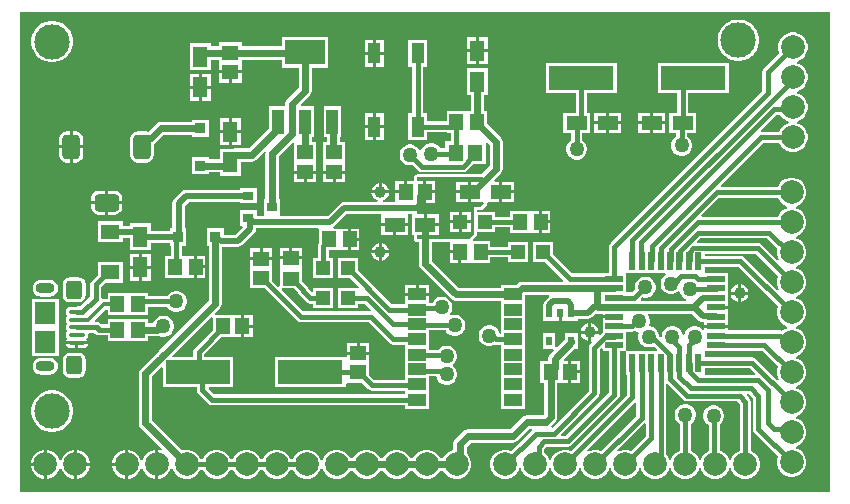
<source format=gtl>
G04*
G04 #@! TF.GenerationSoftware,Altium Limited,Altium Designer,22.8.2 (66)*
G04*
G04 Layer_Physical_Order=1*
G04 Layer_Color=255*
%FSLAX44Y44*%
%MOMM*%
G71*
G04*
G04 #@! TF.SameCoordinates,AFBA7131-1AEE-443E-AB60-5C51F5C0F5D9*
G04*
G04*
G04 #@! TF.FilePolarity,Positive*
G04*
G01*
G75*
%ADD18R,1.6500X1.2500*%
%ADD19R,1.2300X1.8000*%
%ADD20R,0.9000X0.9500*%
%ADD21R,1.1500X1.3500*%
%ADD22R,1.8000X1.2300*%
%ADD23R,1.2000X1.2000*%
%ADD24R,0.5500X0.8000*%
%ADD25R,1.3000X1.4000*%
%ADD26O,1.3500X0.4000*%
%ADD27R,1.8000X1.9000*%
G04:AMPARAMS|DCode=28|XSize=1.6mm|YSize=1.4mm|CornerRadius=0.35mm|HoleSize=0mm|Usage=FLASHONLY|Rotation=90.000|XOffset=0mm|YOffset=0mm|HoleType=Round|Shape=RoundedRectangle|*
%AMROUNDEDRECTD28*
21,1,1.6000,0.7000,0,0,90.0*
21,1,0.9000,1.4000,0,0,90.0*
1,1,0.7000,0.3500,0.4500*
1,1,0.7000,0.3500,-0.4500*
1,1,0.7000,-0.3500,-0.4500*
1,1,0.7000,-0.3500,0.4500*
%
%ADD28ROUNDEDRECTD28*%
%ADD29R,1.4000X1.3000*%
%ADD30R,0.9000X0.8000*%
%ADD31R,5.5000X2.0000*%
%ADD32R,1.3500X1.1500*%
%ADD33R,0.9500X0.9000*%
%ADD34R,3.3500X2.1500*%
%ADD35R,1.0000X2.1500*%
%ADD36R,1.5000X0.5500*%
%ADD37R,0.5500X1.5000*%
%ADD38R,1.5240X1.0160*%
%ADD39R,1.1000X1.8000*%
%ADD66C,3.0000*%
%ADD68C,0.4000*%
%ADD69C,0.5000*%
%ADD70C,0.6000*%
%ADD71C,0.3556*%
%ADD72C,0.4064*%
%ADD73C,0.5080*%
%ADD74C,2.0000*%
G04:AMPARAMS|DCode=75|XSize=2.1mm|YSize=1.5mm|CornerRadius=0.375mm|HoleSize=0mm|Usage=FLASHONLY|Rotation=90.000|XOffset=0mm|YOffset=0mm|HoleType=Round|Shape=RoundedRectangle|*
%AMROUNDEDRECTD75*
21,1,2.1000,0.7500,0,0,90.0*
21,1,1.3500,1.5000,0,0,90.0*
1,1,0.7500,0.3750,0.6750*
1,1,0.7500,0.3750,-0.6750*
1,1,0.7500,-0.3750,-0.6750*
1,1,0.7500,-0.3750,0.6750*
%
%ADD75ROUNDEDRECTD75*%
G04:AMPARAMS|DCode=76|XSize=2.1mm|YSize=1.5mm|CornerRadius=0.375mm|HoleSize=0mm|Usage=FLASHONLY|Rotation=180.000|XOffset=0mm|YOffset=0mm|HoleType=Round|Shape=RoundedRectangle|*
%AMROUNDEDRECTD76*
21,1,2.1000,0.7500,0,0,180.0*
21,1,1.3500,1.5000,0,0,180.0*
1,1,0.7500,-0.6750,0.3750*
1,1,0.7500,0.6750,0.3750*
1,1,0.7500,0.6750,-0.3750*
1,1,0.7500,-0.6750,-0.3750*
%
%ADD76ROUNDEDRECTD76*%
%ADD77O,1.6000X0.9000*%
%ADD78C,1.2700*%
%ADD79C,1.0000*%
G36*
X939800Y863600D02*
X254000D01*
Y1270000D01*
X939800D01*
Y863600D01*
D02*
G37*
%LPC*%
G36*
X649690Y1248640D02*
X642270D01*
Y1238370D01*
X649690D01*
Y1248640D01*
D02*
G37*
G36*
X639730D02*
X632310D01*
Y1238370D01*
X639730D01*
Y1248640D01*
D02*
G37*
G36*
X561640Y1246440D02*
X554870D01*
Y1236170D01*
X561640D01*
Y1246440D01*
D02*
G37*
G36*
X552330D02*
X545560D01*
Y1236170D01*
X552330D01*
Y1246440D01*
D02*
G37*
G36*
X863727Y1263540D02*
X860273D01*
X856884Y1262866D01*
X853692Y1261544D01*
X850819Y1259624D01*
X848376Y1257181D01*
X846456Y1254308D01*
X845134Y1251116D01*
X844460Y1247728D01*
Y1244273D01*
X845134Y1240884D01*
X846456Y1237692D01*
X848376Y1234819D01*
X850819Y1232376D01*
X853692Y1230456D01*
X856884Y1229134D01*
X860273Y1228460D01*
X863727D01*
X867116Y1229134D01*
X870308Y1230456D01*
X873181Y1232376D01*
X875624Y1234819D01*
X877544Y1237692D01*
X878866Y1240884D01*
X879540Y1244273D01*
Y1247728D01*
X878866Y1251116D01*
X877544Y1254308D01*
X875624Y1257181D01*
X873181Y1259624D01*
X870308Y1261544D01*
X867116Y1262866D01*
X863727Y1263540D01*
D02*
G37*
G36*
X282728Y1262540D02*
X279272D01*
X275884Y1261866D01*
X272692Y1260544D01*
X269819Y1258624D01*
X267376Y1256181D01*
X265456Y1253308D01*
X264134Y1250116D01*
X263460Y1246728D01*
Y1243272D01*
X264134Y1239884D01*
X265456Y1236692D01*
X267376Y1233819D01*
X269819Y1231376D01*
X272692Y1229456D01*
X275884Y1228134D01*
X279272Y1227460D01*
X282728D01*
X286116Y1228134D01*
X289308Y1229456D01*
X292181Y1231376D01*
X294624Y1233819D01*
X296544Y1236692D01*
X297866Y1239884D01*
X298540Y1243272D01*
Y1246728D01*
X297866Y1250116D01*
X296544Y1253308D01*
X294624Y1256181D01*
X292181Y1258624D01*
X289308Y1260544D01*
X286116Y1261866D01*
X282728Y1262540D01*
D02*
G37*
G36*
X649690Y1235830D02*
X642270D01*
Y1225560D01*
X649690D01*
Y1235830D01*
D02*
G37*
G36*
X639730D02*
X632310D01*
Y1225560D01*
X639730D01*
Y1235830D01*
D02*
G37*
G36*
X561640Y1233630D02*
X554870D01*
Y1223360D01*
X561640D01*
Y1233630D01*
D02*
G37*
G36*
X552330D02*
X545560D01*
Y1223360D01*
X552330D01*
Y1233630D01*
D02*
G37*
G36*
X441340Y1217930D02*
X433070D01*
Y1210160D01*
X441340D01*
Y1217930D01*
D02*
G37*
G36*
X430530D02*
X422260D01*
Y1210160D01*
X430530D01*
Y1217930D01*
D02*
G37*
G36*
X415090Y1217640D02*
X407670D01*
Y1207370D01*
X415090D01*
Y1217640D01*
D02*
G37*
G36*
X405130D02*
X397710D01*
Y1207370D01*
X405130D01*
Y1217640D01*
D02*
G37*
G36*
X415090Y1204830D02*
X407670D01*
Y1194560D01*
X415090D01*
Y1204830D01*
D02*
G37*
G36*
X405130D02*
X397710D01*
Y1194560D01*
X405130D01*
Y1204830D01*
D02*
G37*
G36*
X800140Y1184790D02*
X789870D01*
Y1177370D01*
X800140D01*
Y1184790D01*
D02*
G37*
G36*
X787330D02*
X777060D01*
Y1177370D01*
X787330D01*
Y1184790D01*
D02*
G37*
G36*
X762840D02*
X752570D01*
Y1177370D01*
X762840D01*
Y1184790D01*
D02*
G37*
G36*
X750030D02*
X739760D01*
Y1177370D01*
X750030D01*
Y1184790D01*
D02*
G37*
G36*
X413690Y1178490D02*
X399110D01*
Y1177098D01*
X372850D01*
X372850Y1177099D01*
X370688Y1176669D01*
X368856Y1175444D01*
X362038Y1168627D01*
X360850Y1168863D01*
X353350D01*
X350896Y1168375D01*
X348815Y1166985D01*
X347425Y1164904D01*
X346937Y1162450D01*
Y1148950D01*
X347425Y1146496D01*
X348815Y1144415D01*
X350896Y1143025D01*
X353350Y1142537D01*
X360850D01*
X363304Y1143025D01*
X365385Y1144415D01*
X366775Y1146496D01*
X367263Y1148950D01*
Y1158221D01*
X368307Y1158919D01*
X375190Y1165801D01*
X399110D01*
Y1164410D01*
X413690D01*
Y1178490D01*
D02*
G37*
G36*
X561640Y1184440D02*
X554870D01*
Y1174170D01*
X561640D01*
Y1184440D01*
D02*
G37*
G36*
X552330D02*
X545560D01*
Y1174170D01*
X552330D01*
Y1184440D01*
D02*
G37*
G36*
X440490Y1180340D02*
X433070D01*
Y1170070D01*
X440490D01*
Y1180340D01*
D02*
G37*
G36*
X430530D02*
X423110D01*
Y1170070D01*
X430530D01*
Y1180340D01*
D02*
G37*
G36*
X800140Y1174830D02*
X789870D01*
Y1167410D01*
X800140D01*
Y1174830D01*
D02*
G37*
G36*
X787330D02*
X777060D01*
Y1167410D01*
X787330D01*
Y1174830D01*
D02*
G37*
G36*
X762840Y1174830D02*
X752570D01*
Y1167410D01*
X762840D01*
Y1174830D01*
D02*
G37*
G36*
X750030D02*
X739760D01*
Y1167410D01*
X750030D01*
Y1174830D01*
D02*
G37*
G36*
X561640Y1171630D02*
X554870D01*
Y1161360D01*
X561640D01*
Y1171630D01*
D02*
G37*
G36*
X552330D02*
X545560D01*
Y1161360D01*
X552330D01*
Y1171630D01*
D02*
G37*
G36*
X440490Y1167530D02*
X433070D01*
Y1157260D01*
X440490D01*
Y1167530D01*
D02*
G37*
G36*
X430530D02*
X423110D01*
Y1157260D01*
X430530D01*
Y1167530D01*
D02*
G37*
G36*
X300850Y1168863D02*
X298370D01*
Y1156970D01*
X307263D01*
Y1162450D01*
X306775Y1164904D01*
X305385Y1166985D01*
X303304Y1168375D01*
X300850Y1168863D01*
D02*
G37*
G36*
X295830D02*
X293350D01*
X290896Y1168375D01*
X288815Y1166985D01*
X287425Y1164904D01*
X286937Y1162450D01*
Y1156970D01*
X295830D01*
Y1168863D01*
D02*
G37*
G36*
X853840Y1226740D02*
X793760D01*
Y1201660D01*
X810171D01*
Y1184790D01*
X803260D01*
Y1167410D01*
X809371D01*
Y1164593D01*
X808541Y1164114D01*
X806886Y1162459D01*
X805716Y1160431D01*
X805110Y1158170D01*
Y1155830D01*
X805716Y1153569D01*
X806886Y1151541D01*
X808541Y1149886D01*
X810569Y1148716D01*
X812830Y1148110D01*
X815170D01*
X817431Y1148716D01*
X819459Y1149886D01*
X821114Y1151541D01*
X822284Y1153569D01*
X822890Y1155830D01*
Y1158170D01*
X822284Y1160431D01*
X821114Y1162459D01*
X819459Y1164114D01*
X818629Y1164593D01*
Y1167410D01*
X826340D01*
Y1184790D01*
X819429D01*
Y1201660D01*
X853840D01*
Y1226740D01*
D02*
G37*
G36*
X758840D02*
X698760D01*
Y1201660D01*
X724171D01*
Y1184790D01*
X713560D01*
Y1167410D01*
X720371D01*
Y1161593D01*
X719541Y1161114D01*
X717886Y1159459D01*
X716716Y1157431D01*
X716110Y1155170D01*
Y1152830D01*
X716716Y1150569D01*
X717886Y1148541D01*
X719541Y1146886D01*
X721569Y1145716D01*
X723830Y1145110D01*
X726170D01*
X728431Y1145716D01*
X730459Y1146886D01*
X732114Y1148541D01*
X733284Y1150569D01*
X733890Y1152830D01*
Y1155170D01*
X733284Y1157431D01*
X732114Y1159459D01*
X730459Y1161114D01*
X729629Y1161593D01*
Y1167410D01*
X736640D01*
Y1184790D01*
X733429D01*
Y1201660D01*
X758840D01*
Y1226740D01*
D02*
G37*
G36*
X307263Y1154430D02*
X298370D01*
Y1142537D01*
X300850D01*
X303304Y1143025D01*
X305385Y1144415D01*
X306775Y1146496D01*
X307263Y1148950D01*
Y1154430D01*
D02*
G37*
G36*
X295830D02*
X286937D01*
Y1148950D01*
X287425Y1146496D01*
X288815Y1144415D01*
X290896Y1143025D01*
X293350Y1142537D01*
X295830D01*
Y1154430D01*
D02*
G37*
G36*
X525840Y1190540D02*
X510760D01*
Y1163960D01*
X513502D01*
Y1160040D01*
X510710D01*
Y1143810D01*
X510710Y1143460D01*
Y1142540D01*
X510710Y1142190D01*
Y1135520D01*
X520000D01*
X529290D01*
Y1142190D01*
X529290Y1142540D01*
Y1143460D01*
X529290Y1143810D01*
Y1160040D01*
X524799D01*
Y1163960D01*
X525840D01*
Y1190540D01*
D02*
G37*
G36*
X529290Y1132980D02*
X521270D01*
Y1125960D01*
X529290D01*
Y1132980D01*
D02*
G37*
G36*
X518730D02*
X510710D01*
Y1125960D01*
X518730D01*
Y1132980D01*
D02*
G37*
G36*
X504590D02*
X496570D01*
Y1125960D01*
X504590D01*
Y1132980D01*
D02*
G37*
G36*
X494030D02*
X486010D01*
Y1125960D01*
X494030D01*
Y1132980D01*
D02*
G37*
G36*
X579230Y1127140D02*
X571460D01*
Y1118870D01*
X579230D01*
Y1127140D01*
D02*
G37*
G36*
X672340Y1126290D02*
X662070D01*
Y1118870D01*
X672340D01*
Y1126290D01*
D02*
G37*
G36*
X560070Y1125066D02*
Y1118870D01*
X566266D01*
X565826Y1120510D01*
X564833Y1122230D01*
X563430Y1123633D01*
X561710Y1124626D01*
X560070Y1125066D01*
D02*
G37*
G36*
X557530D02*
X555890Y1124626D01*
X554170Y1123633D01*
X552766Y1122230D01*
X551774Y1120510D01*
X551334Y1118870D01*
X557530D01*
Y1125066D01*
D02*
G37*
G36*
X333850Y1118863D02*
X328370D01*
Y1109970D01*
X340263D01*
Y1112450D01*
X339775Y1114904D01*
X338385Y1116985D01*
X336304Y1118375D01*
X333850Y1118863D01*
D02*
G37*
G36*
X325830D02*
X320350D01*
X317896Y1118375D01*
X315815Y1116985D01*
X314425Y1114904D01*
X313937Y1112450D01*
Y1109970D01*
X325830D01*
Y1118863D01*
D02*
G37*
G36*
X672340Y1116330D02*
X662070D01*
Y1108910D01*
X672340D01*
Y1116330D01*
D02*
G37*
G36*
X454240Y1120940D02*
X440160D01*
Y1119579D01*
X394400D01*
X392418Y1119185D01*
X390737Y1118063D01*
X384338Y1111663D01*
X383215Y1109982D01*
X382821Y1108000D01*
Y1086790D01*
X380560D01*
Y1084679D01*
X364290D01*
Y1091440D01*
X346910D01*
Y1089230D01*
X340990D01*
Y1092840D01*
X319410D01*
Y1075260D01*
X340990D01*
Y1078870D01*
X346910D01*
Y1068360D01*
X364290D01*
Y1074321D01*
X380560D01*
Y1072210D01*
X381646D01*
Y1063390D01*
X376660D01*
Y1044810D01*
X392890D01*
X393240Y1044810D01*
X394160D01*
X394510Y1044810D01*
X401180D01*
Y1054100D01*
Y1063390D01*
X394510D01*
X394160Y1063390D01*
X393240D01*
X392890Y1063390D01*
X390904D01*
Y1072210D01*
X394640D01*
Y1086790D01*
X393180D01*
Y1105855D01*
X396545Y1109221D01*
X440160D01*
Y1107860D01*
X454240D01*
Y1120940D01*
D02*
G37*
G36*
X340263Y1107430D02*
X328370D01*
Y1098537D01*
X333850D01*
X336304Y1099025D01*
X338385Y1100415D01*
X339775Y1102496D01*
X340263Y1104950D01*
Y1107430D01*
D02*
G37*
G36*
X325830D02*
X313937D01*
Y1104950D01*
X314425Y1102496D01*
X315815Y1100415D01*
X317896Y1099025D01*
X320350Y1098537D01*
X325830D01*
Y1107430D01*
D02*
G37*
G36*
X695820Y1101490D02*
Y1093470D01*
X702840D01*
Y1101490D01*
X695820D01*
D02*
G37*
G36*
X702840Y1090930D02*
X695820D01*
Y1082910D01*
X702840D01*
Y1090930D01*
D02*
G37*
G36*
X909651Y1252640D02*
X906349D01*
X903160Y1251785D01*
X900300Y1250135D01*
X897965Y1247800D01*
X896315Y1244940D01*
X895460Y1241751D01*
Y1238449D01*
X896315Y1235260D01*
X896424Y1235070D01*
X883727Y1222373D01*
X882723Y1220871D01*
X882371Y1219100D01*
X882371Y1219100D01*
Y1202917D01*
X753827Y1074373D01*
X752823Y1072871D01*
X752471Y1071100D01*
X752471Y1071100D01*
Y1049290D01*
X747060D01*
Y1048629D01*
X721017D01*
X704840Y1064806D01*
Y1075340D01*
X687760D01*
Y1058260D01*
X698294D01*
X713732Y1042822D01*
X713246Y1041648D01*
X678766D01*
X678766Y1041649D01*
X676604Y1041219D01*
X674772Y1039994D01*
X674772Y1039994D01*
X673452Y1038674D01*
X661120D01*
Y1036702D01*
X625286D01*
X602649Y1059340D01*
Y1075410D01*
X617960D01*
Y1068070D01*
X626250D01*
Y1066800D01*
X627520D01*
Y1057510D01*
X634190D01*
X634540Y1057510D01*
Y1057510D01*
X635460D01*
Y1057510D01*
X652040D01*
Y1062171D01*
X666760D01*
Y1058260D01*
X683840D01*
Y1075340D01*
X666760D01*
Y1071429D01*
X652040D01*
Y1076090D01*
X637548D01*
X637023Y1077360D01*
X639831Y1080169D01*
X640393Y1081009D01*
X640590Y1082000D01*
Y1083660D01*
X656240D01*
Y1087571D01*
X668760D01*
Y1082910D01*
X684990D01*
X685340Y1082910D01*
X686260D01*
X686610Y1082910D01*
X693280D01*
Y1092200D01*
Y1101490D01*
X686610D01*
X686260Y1101490D01*
X685340D01*
X684990Y1101490D01*
X668760D01*
Y1096829D01*
X656240D01*
Y1100740D01*
X640590D01*
Y1102410D01*
X644000D01*
X644991Y1102607D01*
X645831Y1103169D01*
X648831Y1106169D01*
X649393Y1107009D01*
X649590Y1108000D01*
X650337Y1108910D01*
X659530D01*
Y1117600D01*
Y1126290D01*
X655788D01*
X655302Y1127463D01*
X660994Y1133156D01*
X662219Y1134988D01*
X662649Y1137150D01*
X662648Y1137150D01*
Y1159750D01*
X662649Y1159750D01*
X662219Y1161912D01*
X660994Y1163744D01*
X660994Y1163744D01*
X649040Y1175698D01*
Y1186290D01*
X646524D01*
Y1199360D01*
X649690D01*
Y1222440D01*
X632310D01*
Y1199360D01*
X635227D01*
Y1186290D01*
X632810D01*
X632460Y1186290D01*
X631540D01*
X631190Y1186290D01*
X614960D01*
Y1177529D01*
X598640D01*
Y1184440D01*
X595229D01*
Y1223360D01*
X598640D01*
Y1246440D01*
X582560D01*
Y1223360D01*
X585971D01*
Y1184440D01*
X582560D01*
Y1161360D01*
X598640D01*
Y1168271D01*
X614960D01*
Y1167710D01*
X618621D01*
Y1160540D01*
X613960D01*
Y1154629D01*
X609593D01*
X609114Y1155459D01*
X607459Y1157114D01*
X605431Y1158284D01*
X603170Y1158890D01*
X600830D01*
X598569Y1158284D01*
X596541Y1157114D01*
X594886Y1155459D01*
X593716Y1153431D01*
X593523Y1152713D01*
X592797Y1152548D01*
X592181Y1152610D01*
X591114Y1154459D01*
X589459Y1156114D01*
X587431Y1157284D01*
X585170Y1157890D01*
X582830D01*
X580569Y1157284D01*
X578541Y1156114D01*
X576886Y1154459D01*
X575716Y1152431D01*
X575110Y1150170D01*
Y1147830D01*
X575716Y1145569D01*
X576886Y1143541D01*
X578541Y1141886D01*
X580569Y1140716D01*
X582830Y1140110D01*
X585170D01*
X586096Y1140358D01*
X590617Y1135837D01*
X590617Y1135837D01*
X592119Y1134833D01*
X593890Y1134481D01*
X593890Y1134481D01*
X629220D01*
X629220Y1134481D01*
X630992Y1134833D01*
X632494Y1135837D01*
X636033Y1139376D01*
X636033Y1139377D01*
X637037Y1140878D01*
X637152Y1141460D01*
X648040D01*
Y1158926D01*
X649310Y1159452D01*
X651351Y1157410D01*
Y1139490D01*
X644452Y1132590D01*
X590000D01*
X589009Y1132393D01*
X588169Y1131831D01*
X587607Y1130991D01*
X587410Y1130000D01*
Y1127140D01*
X581771D01*
Y1117600D01*
X580500D01*
Y1116330D01*
X571460D01*
Y1109139D01*
X561261D01*
X561094Y1110409D01*
X561710Y1110574D01*
X563430Y1111566D01*
X564833Y1112970D01*
X565826Y1114690D01*
X566266Y1116330D01*
X551334D01*
X551774Y1114690D01*
X552766Y1112970D01*
X554170Y1111566D01*
X555890Y1110574D01*
X556506Y1110409D01*
X556339Y1109139D01*
X528174D01*
X526207Y1108748D01*
X524540Y1107634D01*
X514177Y1097270D01*
X474675D01*
X474240Y1098360D01*
X474240Y1098540D01*
Y1111440D01*
X472849D01*
Y1147860D01*
X484740Y1159752D01*
X486010Y1159226D01*
X486010Y1159195D01*
X486010Y1159195D01*
X486010Y1159107D01*
Y1143810D01*
X486010Y1143460D01*
Y1142540D01*
X486010Y1142190D01*
Y1135520D01*
X495300D01*
X504590D01*
Y1142190D01*
X504590Y1142540D01*
Y1143460D01*
X504590Y1143810D01*
Y1160040D01*
X500948D01*
Y1163960D01*
X502840D01*
Y1190540D01*
X492068D01*
X491582Y1191713D01*
X499294Y1199426D01*
X499294Y1199426D01*
X500519Y1201258D01*
X500949Y1203420D01*
X500948Y1203420D01*
Y1222460D01*
X514590D01*
Y1249040D01*
X476010D01*
Y1240848D01*
X441340D01*
Y1244240D01*
X422260D01*
Y1240848D01*
X415090D01*
Y1243840D01*
X397710D01*
Y1220760D01*
X415090D01*
Y1229551D01*
X422260D01*
Y1226160D01*
Y1220470D01*
X431800D01*
X441340D01*
Y1226160D01*
Y1229551D01*
X476010D01*
Y1222460D01*
X489651D01*
Y1205760D01*
X480006Y1196114D01*
X478781Y1194282D01*
X478351Y1192120D01*
X478352Y1192120D01*
Y1190540D01*
X464760D01*
Y1171948D01*
X447520Y1154708D01*
X435410D01*
X435410Y1154709D01*
X433248Y1154279D01*
X433041Y1154140D01*
X423110D01*
Y1145599D01*
X413690D01*
Y1146990D01*
X399110D01*
Y1132910D01*
X413690D01*
Y1134302D01*
X423110D01*
Y1131060D01*
X440490D01*
Y1143411D01*
X449860D01*
X449860Y1143411D01*
X452022Y1143841D01*
X453854Y1145066D01*
X460572Y1151783D01*
X461742Y1151158D01*
X461552Y1150200D01*
X461552Y1150200D01*
Y1111440D01*
X460160D01*
Y1098540D01*
X460160Y1098360D01*
X459725Y1097270D01*
X454240D01*
Y1101940D01*
X440160D01*
Y1088860D01*
X442007D01*
X442533Y1087590D01*
X436313Y1081370D01*
X426140D01*
Y1086790D01*
X412060D01*
Y1072210D01*
X413451D01*
Y1025368D01*
X371532Y983449D01*
X371241Y983254D01*
X371241Y983254D01*
X368746Y980759D01*
X368551Y980468D01*
X356006Y967922D01*
X354781Y966089D01*
X354351Y963928D01*
X354352Y963928D01*
Y921800D01*
X354351Y921800D01*
X354781Y919638D01*
X356006Y917806D01*
X373655Y900157D01*
X372997Y899018D01*
X371051Y899540D01*
X370670D01*
Y887000D01*
Y874460D01*
X371051D01*
X374240Y875315D01*
X377100Y876965D01*
X379435Y879300D01*
X381085Y882160D01*
X381443Y883493D01*
X382757D01*
X383115Y882160D01*
X384766Y879300D01*
X387100Y876965D01*
X389960Y875315D01*
X393149Y874460D01*
X396451D01*
X399640Y875315D01*
X402500Y876965D01*
X404835Y879300D01*
X406485Y882160D01*
X406533Y882338D01*
X408467D01*
X408515Y882160D01*
X410165Y879300D01*
X412500Y876965D01*
X415360Y875315D01*
X418549Y874460D01*
X421851D01*
X425040Y875315D01*
X427900Y876965D01*
X430234Y879300D01*
X431885Y882160D01*
X431933Y882338D01*
X433867D01*
X433915Y882160D01*
X435565Y879300D01*
X437900Y876965D01*
X440760Y875315D01*
X443949Y874460D01*
X447251D01*
X450440Y875315D01*
X453300Y876965D01*
X455634Y879300D01*
X457285Y882160D01*
X457333Y882338D01*
X459267D01*
X459315Y882160D01*
X460965Y879300D01*
X463300Y876965D01*
X466160Y875315D01*
X469349Y874460D01*
X472651D01*
X475840Y875315D01*
X478700Y876965D01*
X481035Y879300D01*
X482685Y882160D01*
X482733Y882338D01*
X484667D01*
X484715Y882160D01*
X486366Y879300D01*
X488700Y876965D01*
X491560Y875315D01*
X494749Y874460D01*
X498051D01*
X501240Y875315D01*
X504100Y876965D01*
X506435Y879300D01*
X508085Y882160D01*
X508443Y883493D01*
X509757D01*
X510115Y882160D01*
X511766Y879300D01*
X514100Y876965D01*
X516960Y875315D01*
X520149Y874460D01*
X523451D01*
X526640Y875315D01*
X529500Y876965D01*
X531834Y879300D01*
X533019Y881351D01*
X535981D01*
X537165Y879300D01*
X539500Y876965D01*
X542360Y875315D01*
X545549Y874460D01*
X548851D01*
X552040Y875315D01*
X554900Y876965D01*
X557234Y879300D01*
X558419Y881351D01*
X561381D01*
X562565Y879300D01*
X564900Y876965D01*
X567760Y875315D01*
X570949Y874460D01*
X574251D01*
X577440Y875315D01*
X580300Y876965D01*
X582635Y879300D01*
X583819Y881351D01*
X586781D01*
X587966Y879300D01*
X590300Y876965D01*
X593160Y875315D01*
X596349Y874460D01*
X599651D01*
X602840Y875315D01*
X605700Y876965D01*
X608035Y879300D01*
X609219Y881351D01*
X612181D01*
X613366Y879300D01*
X615700Y876965D01*
X618560Y875315D01*
X621749Y874460D01*
X625051D01*
X628240Y875315D01*
X631100Y876965D01*
X633434Y879300D01*
X635085Y882160D01*
X635940Y885349D01*
Y888651D01*
X635085Y891840D01*
X633434Y894700D01*
X631919Y896216D01*
Y901930D01*
X635340Y905351D01*
X671000D01*
X671000Y905351D01*
X673162Y905781D01*
X674994Y907006D01*
X685340Y917352D01*
X686655D01*
X686973Y916841D01*
X687135Y916081D01*
X669630Y898576D01*
X669440Y898685D01*
X666251Y899540D01*
X662949D01*
X659760Y898685D01*
X656900Y897035D01*
X654566Y894700D01*
X652915Y891840D01*
X652060Y888651D01*
Y885349D01*
X652915Y882160D01*
X654566Y879300D01*
X656900Y876965D01*
X659760Y875315D01*
X662949Y874460D01*
X666251D01*
X669440Y875315D01*
X672300Y876965D01*
X674634Y879300D01*
X676285Y882160D01*
X676643Y883493D01*
X677957D01*
X678315Y882160D01*
X679966Y879300D01*
X682300Y876965D01*
X685160Y875315D01*
X688349Y874460D01*
X691651D01*
X694840Y875315D01*
X697700Y876965D01*
X700034Y879300D01*
X701685Y882160D01*
X702043Y883493D01*
X703357D01*
X703715Y882160D01*
X705366Y879300D01*
X707700Y876965D01*
X710560Y875315D01*
X713749Y874460D01*
X717051D01*
X720240Y875315D01*
X723100Y876965D01*
X725434Y879300D01*
X727085Y882160D01*
X727443Y883493D01*
X728757D01*
X729115Y882160D01*
X730766Y879300D01*
X733100Y876965D01*
X735960Y875315D01*
X739149Y874460D01*
X742451D01*
X745640Y875315D01*
X748500Y876965D01*
X750835Y879300D01*
X752485Y882160D01*
X752843Y883493D01*
X754157D01*
X754515Y882160D01*
X756165Y879300D01*
X758500Y876965D01*
X761360Y875315D01*
X764549Y874460D01*
X767851D01*
X771040Y875315D01*
X773900Y876965D01*
X776235Y879300D01*
X777885Y882160D01*
X778243Y883493D01*
X779557D01*
X779915Y882160D01*
X781565Y879300D01*
X783900Y876965D01*
X786760Y875315D01*
X789949Y874460D01*
X793251D01*
X796440Y875315D01*
X799300Y876965D01*
X801635Y879300D01*
X803285Y882160D01*
X803643Y883493D01*
X804957D01*
X805315Y882160D01*
X806965Y879300D01*
X809300Y876965D01*
X812160Y875315D01*
X815349Y874460D01*
X818651D01*
X821840Y875315D01*
X824700Y876965D01*
X827035Y879300D01*
X828685Y882160D01*
X829043Y883493D01*
X830357D01*
X830715Y882160D01*
X832365Y879300D01*
X834700Y876965D01*
X837560Y875315D01*
X840749Y874460D01*
X844051D01*
X847240Y875315D01*
X850100Y876965D01*
X852434Y879300D01*
X854085Y882160D01*
X854443Y883493D01*
X855757D01*
X856115Y882160D01*
X857766Y879300D01*
X860100Y876965D01*
X862960Y875315D01*
X866149Y874460D01*
X869451D01*
X872640Y875315D01*
X875500Y876965D01*
X877834Y879300D01*
X879485Y882160D01*
X880340Y885349D01*
Y888651D01*
X879485Y891840D01*
X877834Y894700D01*
X875500Y897035D01*
X872640Y898685D01*
X872429Y898742D01*
Y940200D01*
X872429Y940200D01*
X872077Y941971D01*
X871073Y943473D01*
X868889Y945658D01*
X869375Y946831D01*
X870623D01*
X874371Y943083D01*
Y916700D01*
X874371Y916700D01*
X874723Y914929D01*
X875727Y913427D01*
X895424Y893730D01*
X895315Y893540D01*
X894460Y890351D01*
Y887049D01*
X895315Y883860D01*
X896965Y881000D01*
X899300Y878665D01*
X902160Y877015D01*
X905349Y876160D01*
X908651D01*
X911840Y877015D01*
X914700Y878665D01*
X917035Y881000D01*
X918685Y883860D01*
X919540Y887049D01*
Y890351D01*
X918685Y893540D01*
X917035Y896400D01*
X914700Y898735D01*
X911840Y900385D01*
X910507Y900743D01*
Y902057D01*
X911840Y902415D01*
X914700Y904065D01*
X917035Y906400D01*
X918685Y909260D01*
X919540Y912449D01*
Y915751D01*
X918685Y918940D01*
X917035Y921800D01*
X914700Y924135D01*
X911840Y925785D01*
X910507Y926143D01*
Y927457D01*
X911840Y927815D01*
X914700Y929465D01*
X917035Y931800D01*
X918685Y934660D01*
X919540Y937849D01*
Y941151D01*
X918685Y944340D01*
X917035Y947200D01*
X914700Y949535D01*
X911840Y951185D01*
X910507Y951543D01*
Y952857D01*
X911840Y953215D01*
X914700Y954865D01*
X917035Y957200D01*
X918685Y960060D01*
X919540Y963249D01*
Y966551D01*
X918685Y969740D01*
X917035Y972600D01*
X914700Y974934D01*
X911840Y976585D01*
X910507Y976943D01*
Y978257D01*
X911840Y978615D01*
X914700Y980266D01*
X917035Y982600D01*
X918685Y985460D01*
X919540Y988649D01*
Y991951D01*
X918685Y995140D01*
X917035Y998000D01*
X914700Y1000334D01*
X911840Y1001985D01*
X910507Y1002343D01*
Y1003657D01*
X911840Y1004015D01*
X914700Y1005666D01*
X917035Y1008000D01*
X918685Y1010860D01*
X919540Y1014049D01*
Y1017351D01*
X918685Y1020540D01*
X917035Y1023400D01*
X914700Y1025734D01*
X911840Y1027385D01*
X910507Y1027743D01*
Y1029057D01*
X911840Y1029415D01*
X914700Y1031066D01*
X917035Y1033400D01*
X918685Y1036260D01*
X919540Y1039449D01*
Y1042751D01*
X918685Y1045940D01*
X917035Y1048800D01*
X914700Y1051134D01*
X911840Y1052785D01*
X910507Y1053143D01*
Y1054457D01*
X911840Y1054815D01*
X914700Y1056466D01*
X917035Y1058800D01*
X918685Y1061660D01*
X919540Y1064849D01*
Y1068151D01*
X918685Y1071340D01*
X917035Y1074200D01*
X914700Y1076535D01*
X911840Y1078185D01*
X910507Y1078543D01*
Y1079857D01*
X911840Y1080215D01*
X914700Y1081865D01*
X917035Y1084200D01*
X918685Y1087060D01*
X919540Y1090249D01*
Y1093551D01*
X918685Y1096740D01*
X917035Y1099600D01*
X914700Y1101935D01*
X911840Y1103585D01*
X910507Y1103943D01*
Y1105257D01*
X911840Y1105615D01*
X914700Y1107265D01*
X917035Y1109600D01*
X918685Y1112460D01*
X919540Y1115649D01*
Y1118951D01*
X918685Y1122140D01*
X917035Y1125000D01*
X914700Y1127335D01*
X911840Y1128985D01*
X908651Y1129840D01*
X905349D01*
X902160Y1128985D01*
X899300Y1127335D01*
X896965Y1125000D01*
X895315Y1122140D01*
X895258Y1121929D01*
X847379D01*
X846893Y1123102D01*
X883061Y1159271D01*
X896258D01*
X896315Y1159060D01*
X897965Y1156200D01*
X900300Y1153866D01*
X903160Y1152215D01*
X906349Y1151360D01*
X909651D01*
X912840Y1152215D01*
X915700Y1153866D01*
X918035Y1156200D01*
X919685Y1159060D01*
X920540Y1162249D01*
Y1165551D01*
X919685Y1168740D01*
X918035Y1171600D01*
X915700Y1173934D01*
X912840Y1175585D01*
X911507Y1175943D01*
Y1177257D01*
X912840Y1177615D01*
X915700Y1179266D01*
X918035Y1181600D01*
X919685Y1184460D01*
X920540Y1187649D01*
Y1190951D01*
X919685Y1194140D01*
X918035Y1197000D01*
X915700Y1199334D01*
X912840Y1200985D01*
X911507Y1201343D01*
Y1202657D01*
X912840Y1203015D01*
X915700Y1204666D01*
X918035Y1207000D01*
X919685Y1209860D01*
X920540Y1213049D01*
Y1216351D01*
X919685Y1219540D01*
X918035Y1222400D01*
X915700Y1224734D01*
X912840Y1226385D01*
X911507Y1226743D01*
Y1228057D01*
X912840Y1228415D01*
X915700Y1230066D01*
X918035Y1232400D01*
X919685Y1235260D01*
X920540Y1238449D01*
Y1241751D01*
X919685Y1244940D01*
X918035Y1247800D01*
X915700Y1250135D01*
X912840Y1251785D01*
X909651Y1252640D01*
D02*
G37*
G36*
X624980Y1065530D02*
X617960D01*
Y1057510D01*
X624980D01*
Y1065530D01*
D02*
G37*
G36*
X403720Y1063390D02*
Y1055370D01*
X410740D01*
Y1063390D01*
X403720D01*
D02*
G37*
G36*
X364290Y1065240D02*
X356870D01*
Y1054970D01*
X364290D01*
Y1065240D01*
D02*
G37*
G36*
X354330D02*
X346910D01*
Y1054970D01*
X354330D01*
Y1065240D01*
D02*
G37*
G36*
X410740Y1052830D02*
X403720D01*
Y1044810D01*
X410740D01*
Y1052830D01*
D02*
G37*
G36*
X364290Y1052430D02*
X356870D01*
Y1042160D01*
X364290D01*
Y1052430D01*
D02*
G37*
G36*
X354330D02*
X346910D01*
Y1042160D01*
X354330D01*
Y1052430D01*
D02*
G37*
G36*
X278750Y1043101D02*
X271750D01*
X269912Y1042859D01*
X268200Y1042149D01*
X266729Y1041021D01*
X265601Y1039550D01*
X264891Y1037838D01*
X264649Y1036000D01*
X264891Y1034162D01*
X265601Y1032450D01*
X266729Y1030979D01*
X268200Y1029851D01*
X269912Y1029141D01*
X271750Y1028899D01*
X278750D01*
X280588Y1029141D01*
X282300Y1029851D01*
X283771Y1030979D01*
X284899Y1032450D01*
X285609Y1034162D01*
X285851Y1036000D01*
X285609Y1037838D01*
X284899Y1039550D01*
X283771Y1041021D01*
X282300Y1042149D01*
X280588Y1042859D01*
X278750Y1043101D01*
D02*
G37*
G36*
X303250Y1045658D02*
X296250D01*
X293893Y1045190D01*
X291895Y1043855D01*
X290560Y1041857D01*
X290092Y1039500D01*
Y1030500D01*
X290560Y1028143D01*
X291895Y1026145D01*
X293893Y1024810D01*
X296250Y1024342D01*
X303250D01*
X305607Y1024810D01*
X307605Y1026145D01*
X308939Y1028143D01*
X309408Y1030500D01*
Y1039500D01*
X308939Y1041857D01*
X307605Y1043855D01*
X305607Y1045190D01*
X303250Y1045658D01*
D02*
G37*
G36*
X340990Y1058340D02*
X319410D01*
Y1047352D01*
X314704Y1042646D01*
X313693Y1041134D01*
X313338Y1039350D01*
Y1029245D01*
X304755Y1020662D01*
X302000D01*
X301836Y1020629D01*
X297250D01*
X295479Y1020277D01*
X293977Y1019273D01*
X292973Y1017771D01*
X292621Y1016000D01*
X292973Y1014229D01*
X293961Y1012750D01*
X292973Y1011271D01*
X292621Y1009500D01*
X292973Y1007729D01*
X293961Y1006250D01*
X292973Y1004771D01*
X292621Y1003000D01*
X292973Y1001229D01*
X293961Y999750D01*
X292973Y998271D01*
X292621Y996500D01*
X292973Y994729D01*
X293961Y993250D01*
X292973Y991771D01*
X292874Y991270D01*
X302000D01*
X311126D01*
X311027Y991771D01*
X310039Y993250D01*
X311027Y994729D01*
X311379Y996500D01*
X311259Y997101D01*
X312302Y998371D01*
X316708D01*
X317352Y997727D01*
X317352Y997727D01*
X318854Y996723D01*
X320625Y996371D01*
X320625Y996371D01*
X327960D01*
Y991710D01*
X344190D01*
X344540Y991710D01*
X345460D01*
X345810Y991710D01*
X362040D01*
Y995351D01*
X370187D01*
X370187Y995351D01*
X371760Y995665D01*
X373830Y995110D01*
X376170D01*
X378431Y995716D01*
X380459Y996886D01*
X382114Y998541D01*
X383284Y1000569D01*
X383890Y1002830D01*
Y1005170D01*
X383284Y1007431D01*
X382114Y1009459D01*
X380459Y1011114D01*
X378431Y1012284D01*
X376170Y1012890D01*
X373830D01*
X371569Y1012284D01*
X369541Y1011114D01*
X367886Y1009459D01*
X366716Y1007431D01*
X366506Y1006648D01*
X362040D01*
Y1010290D01*
X345810D01*
X345460Y1010290D01*
X344540D01*
X344190Y1010290D01*
X327960D01*
Y1005629D01*
X322542D01*
X321898Y1006273D01*
X320396Y1007277D01*
X318625Y1007629D01*
X318625Y1007629D01*
X317680D01*
X317194Y1008802D01*
X326690Y1018298D01*
X327960Y1017874D01*
Y1013710D01*
X344190D01*
X344540Y1013710D01*
X345460D01*
X345810Y1013710D01*
X362040D01*
Y1020338D01*
X378426D01*
X378886Y1019541D01*
X380541Y1017886D01*
X382569Y1016716D01*
X384830Y1016110D01*
X387170D01*
X389431Y1016716D01*
X391459Y1017886D01*
X393114Y1019541D01*
X394284Y1021569D01*
X394890Y1023830D01*
Y1026170D01*
X394284Y1028431D01*
X393114Y1030459D01*
X391459Y1032114D01*
X389431Y1033284D01*
X387170Y1033890D01*
X384830D01*
X382569Y1033284D01*
X380541Y1032114D01*
X378886Y1030459D01*
X378426Y1029662D01*
X362040D01*
Y1032290D01*
X345810D01*
X345460Y1032290D01*
X344540D01*
X344190Y1032290D01*
X327960D01*
Y1027403D01*
X325166D01*
X323891Y1027149D01*
X323842Y1027156D01*
X322878Y1027789D01*
X322662Y1028047D01*
Y1037419D01*
X326002Y1040760D01*
X340990D01*
Y1058340D01*
D02*
G37*
G36*
X311126Y988730D02*
X303270D01*
Y985371D01*
X306750D01*
X308521Y985723D01*
X310023Y986727D01*
X311027Y988229D01*
X311126Y988730D01*
D02*
G37*
G36*
X300730D02*
X292874D01*
X292973Y988229D01*
X293977Y986727D01*
X295479Y985723D01*
X297250Y985371D01*
X300730D01*
Y988730D01*
D02*
G37*
G36*
X286790Y1027040D02*
X263710D01*
Y1002960D01*
Y978960D01*
X286790D01*
Y1002960D01*
Y1027040D01*
D02*
G37*
G36*
X278750Y977101D02*
X271750D01*
X269912Y976859D01*
X268200Y976149D01*
X266729Y975021D01*
X265601Y973550D01*
X264891Y971838D01*
X264649Y970000D01*
X264891Y968162D01*
X265601Y966450D01*
X266729Y964979D01*
X268200Y963851D01*
X269912Y963141D01*
X271750Y962899D01*
X278750D01*
X280588Y963141D01*
X282300Y963851D01*
X283771Y964979D01*
X284899Y966450D01*
X285609Y968162D01*
X285851Y970000D01*
X285609Y971838D01*
X284899Y973550D01*
X283771Y975021D01*
X282300Y976149D01*
X280588Y976859D01*
X278750Y977101D01*
D02*
G37*
G36*
X303250Y981658D02*
X296250D01*
X293893Y981189D01*
X291895Y979855D01*
X290560Y977857D01*
X290092Y975500D01*
Y966500D01*
X290560Y964143D01*
X291895Y962145D01*
X293893Y960810D01*
X296250Y960342D01*
X303250D01*
X305607Y960810D01*
X307605Y962145D01*
X308939Y964143D01*
X309408Y966500D01*
Y975500D01*
X308939Y977857D01*
X307605Y979855D01*
X305607Y981189D01*
X303250Y981658D01*
D02*
G37*
G36*
X282728Y949540D02*
X279272D01*
X275884Y948866D01*
X272692Y947544D01*
X269819Y945624D01*
X267376Y943181D01*
X265456Y940308D01*
X264134Y937116D01*
X263460Y933727D01*
Y930273D01*
X264134Y926884D01*
X265456Y923692D01*
X267376Y920819D01*
X269819Y918376D01*
X272692Y916456D01*
X275884Y915134D01*
X279272Y914460D01*
X282728D01*
X286116Y915134D01*
X289308Y916456D01*
X292181Y918376D01*
X294624Y920819D01*
X296544Y923692D01*
X297866Y926884D01*
X298540Y930273D01*
Y933727D01*
X297866Y937116D01*
X296544Y940308D01*
X294624Y943181D01*
X292181Y945624D01*
X289308Y947544D01*
X286116Y948866D01*
X282728Y949540D01*
D02*
G37*
G36*
X368130Y899540D02*
X367749D01*
X364560Y898686D01*
X361700Y897035D01*
X359366Y894700D01*
X357715Y891840D01*
X357357Y890507D01*
X356043D01*
X355685Y891840D01*
X354035Y894700D01*
X351700Y897035D01*
X348840Y898686D01*
X345651Y899540D01*
X345270D01*
Y887000D01*
Y874460D01*
X345651D01*
X348840Y875315D01*
X351700Y876965D01*
X354035Y879300D01*
X355685Y882160D01*
X356043Y883493D01*
X357357D01*
X357715Y882160D01*
X359366Y879300D01*
X361700Y876965D01*
X364560Y875315D01*
X367749Y874460D01*
X368130D01*
Y887000D01*
Y899540D01*
D02*
G37*
G36*
X299430D02*
X299049D01*
X295860Y898686D01*
X293000Y897035D01*
X290665Y894700D01*
X289015Y891840D01*
X288657Y890507D01*
X287343D01*
X286985Y891840D01*
X285334Y894700D01*
X283000Y897035D01*
X280140Y898686D01*
X276951Y899540D01*
X276570D01*
Y887000D01*
Y874460D01*
X276951D01*
X280140Y875315D01*
X283000Y876965D01*
X285334Y879300D01*
X286985Y882160D01*
X287343Y883493D01*
X288657D01*
X289015Y882160D01*
X290665Y879300D01*
X293000Y876965D01*
X295860Y875315D01*
X299049Y874460D01*
X299430D01*
Y887000D01*
Y899540D01*
D02*
G37*
G36*
X302351D02*
X301970D01*
Y888270D01*
X313240D01*
Y888651D01*
X312385Y891840D01*
X310735Y894700D01*
X308400Y897035D01*
X305540Y898686D01*
X302351Y899540D01*
D02*
G37*
G36*
X342730D02*
X342349D01*
X339160Y898686D01*
X336300Y897035D01*
X333965Y894700D01*
X332315Y891840D01*
X331460Y888651D01*
Y888270D01*
X342730D01*
Y899540D01*
D02*
G37*
G36*
X274030D02*
X273649D01*
X270460Y898686D01*
X267600Y897035D01*
X265266Y894700D01*
X263615Y891840D01*
X262760Y888651D01*
Y888270D01*
X274030D01*
Y899540D01*
D02*
G37*
G36*
X342730Y885730D02*
X331460D01*
Y885349D01*
X332315Y882160D01*
X333965Y879300D01*
X336300Y876965D01*
X339160Y875315D01*
X342349Y874460D01*
X342730D01*
Y885730D01*
D02*
G37*
G36*
X313240D02*
X301970D01*
Y874460D01*
X302351D01*
X305540Y875315D01*
X308400Y876965D01*
X310735Y879300D01*
X312385Y882160D01*
X313240Y885349D01*
Y885730D01*
D02*
G37*
G36*
X274030D02*
X262760D01*
Y885349D01*
X263615Y882160D01*
X265266Y879300D01*
X267600Y876965D01*
X270460Y875315D01*
X273649Y874460D01*
X274030D01*
Y885730D01*
D02*
G37*
%LPD*%
G36*
X897965Y1181600D02*
X900300Y1179266D01*
X903160Y1177615D01*
X904493Y1177257D01*
Y1175943D01*
X903160Y1175585D01*
X900300Y1173934D01*
X897965Y1171600D01*
X896315Y1168740D01*
X896258Y1168529D01*
X881369D01*
X880993Y1169068D01*
X880799Y1169755D01*
X893917Y1182873D01*
X897231D01*
X897965Y1181600D01*
D02*
G37*
G36*
X895315Y1112460D02*
X896965Y1109600D01*
X899300Y1107265D01*
X902160Y1105615D01*
X903493Y1105257D01*
Y1103943D01*
X902160Y1103585D01*
X899300Y1101935D01*
X896965Y1099600D01*
X895315Y1096740D01*
X895258Y1096529D01*
X831227D01*
X830742Y1097702D01*
X845710Y1112671D01*
X895258D01*
X895315Y1112460D01*
D02*
G37*
G36*
X585560Y1098690D02*
Y1081310D01*
X587410D01*
Y1078000D01*
X587607Y1077009D01*
X588169Y1076169D01*
X589009Y1075607D01*
X590000Y1075410D01*
X591352D01*
Y1057000D01*
X591351Y1057000D01*
X591781Y1054838D01*
X593006Y1053006D01*
X618952Y1027060D01*
X618952Y1027060D01*
X620784Y1025835D01*
X622946Y1025406D01*
X661120D01*
Y1010480D01*
Y997550D01*
X659788D01*
X659284Y999431D01*
X658114Y1001459D01*
X656459Y1003114D01*
X654431Y1004284D01*
X652170Y1004890D01*
X649830D01*
X647569Y1004284D01*
X645541Y1003114D01*
X643886Y1001459D01*
X642716Y999431D01*
X642110Y997170D01*
Y994830D01*
X642716Y992569D01*
X643886Y990541D01*
X645541Y988886D01*
X647569Y987716D01*
X649830Y987110D01*
X652170D01*
X654431Y987716D01*
X655686Y988440D01*
X656433Y988292D01*
X656434Y988292D01*
X661120D01*
Y972380D01*
Y959934D01*
Y947234D01*
Y934280D01*
X681440D01*
Y947234D01*
Y959934D01*
Y972380D01*
Y985334D01*
Y998034D01*
Y1010480D01*
Y1023434D01*
Y1030351D01*
X701651D01*
X702037Y1029081D01*
X701366Y1028634D01*
X698316Y1025584D01*
X697203Y1023916D01*
X696811Y1021950D01*
Y1021840D01*
X696410D01*
Y1008760D01*
X709930D01*
Y1015300D01*
X712470D01*
Y1008760D01*
X725990D01*
Y1010161D01*
X734534D01*
X736501Y1010552D01*
X738168Y1011666D01*
X741209Y1014708D01*
X743000Y1014351D01*
X743000Y1014352D01*
X747060D01*
Y1013270D01*
X757100D01*
Y1010730D01*
X747060D01*
Y1006710D01*
Y999087D01*
X746217Y998523D01*
X746216Y998523D01*
X744545Y996852D01*
X743407Y997509D01*
X743466Y997730D01*
X737270D01*
Y991534D01*
X737491Y991593D01*
X738148Y990455D01*
X736727Y989034D01*
X735723Y987532D01*
X735371Y985760D01*
X735371Y985760D01*
Y948917D01*
X704433Y917979D01*
X703815Y918076D01*
X703412Y919424D01*
X707194Y923206D01*
X707194Y923206D01*
X708419Y925038D01*
X708848Y927200D01*
Y955660D01*
X717930D01*
Y965200D01*
Y974740D01*
X714538D01*
X714052Y975913D01*
X722898Y984760D01*
X725990D01*
Y988747D01*
X726349Y990550D01*
X726348Y990550D01*
Y991300D01*
X725990Y993102D01*
Y997840D01*
X715410D01*
Y993248D01*
X708163Y986002D01*
X706990Y986488D01*
Y997840D01*
X696410D01*
Y984760D01*
X705262D01*
X705749Y983587D01*
X702706Y980544D01*
X701481Y978712D01*
X701051Y976550D01*
X701051Y976550D01*
Y974740D01*
X694160D01*
Y955660D01*
X697551D01*
Y929540D01*
X696660Y928649D01*
X683000D01*
X680838Y928219D01*
X679006Y926994D01*
X679006Y926994D01*
X668660Y916648D01*
X633000D01*
X630838Y916219D01*
X629006Y914994D01*
X629006Y914994D01*
X622276Y908264D01*
X621052Y906432D01*
X620622Y904270D01*
X620622Y904270D01*
Y899238D01*
X618560Y898686D01*
X615700Y897035D01*
X613366Y894700D01*
X612181Y892649D01*
X609219D01*
X608035Y894700D01*
X605700Y897035D01*
X602840Y898686D01*
X599651Y899540D01*
X596349D01*
X593160Y898686D01*
X590300Y897035D01*
X587966Y894700D01*
X586781Y892649D01*
X583819D01*
X582635Y894700D01*
X580300Y897035D01*
X577440Y898686D01*
X574251Y899540D01*
X570949D01*
X567760Y898686D01*
X564900Y897035D01*
X562565Y894700D01*
X561381Y892649D01*
X558419D01*
X557234Y894700D01*
X554900Y897035D01*
X552040Y898686D01*
X548851Y899540D01*
X545549D01*
X542360Y898686D01*
X539500Y897035D01*
X537165Y894700D01*
X535981Y892649D01*
X533019D01*
X531834Y894700D01*
X529500Y897035D01*
X526640Y898686D01*
X523451Y899540D01*
X520149D01*
X516960Y898686D01*
X514100Y897035D01*
X511766Y894700D01*
X510115Y891840D01*
X509757Y890507D01*
X508443D01*
X508085Y891840D01*
X506435Y894700D01*
X504100Y897035D01*
X501240Y898686D01*
X498051Y899540D01*
X494749D01*
X491560Y898686D01*
X488700Y897035D01*
X486366Y894700D01*
X484715Y891840D01*
X484667Y891662D01*
X482733D01*
X482685Y891840D01*
X481035Y894700D01*
X478700Y897035D01*
X475840Y898686D01*
X472651Y899540D01*
X469349D01*
X466160Y898686D01*
X463300Y897035D01*
X460965Y894700D01*
X459315Y891840D01*
X459267Y891662D01*
X457333D01*
X457285Y891840D01*
X455634Y894700D01*
X453300Y897035D01*
X450440Y898686D01*
X447251Y899540D01*
X443949D01*
X440760Y898686D01*
X437900Y897035D01*
X435565Y894700D01*
X433915Y891840D01*
X433867Y891662D01*
X431933D01*
X431885Y891840D01*
X430234Y894700D01*
X427900Y897035D01*
X425040Y898686D01*
X421851Y899540D01*
X418549D01*
X415360Y898686D01*
X412500Y897035D01*
X410165Y894700D01*
X408515Y891840D01*
X408467Y891662D01*
X406533D01*
X406485Y891840D01*
X404835Y894700D01*
X402500Y897035D01*
X399640Y898686D01*
X396451Y899540D01*
X393149D01*
X390861Y898927D01*
X365648Y924140D01*
Y961588D01*
X373287Y969226D01*
X374460Y968740D01*
Y952460D01*
X403338D01*
Y950000D01*
X403693Y948216D01*
X404704Y946704D01*
X412804Y938604D01*
X414316Y937593D01*
X416100Y937238D01*
X579840D01*
Y934280D01*
X600160D01*
Y947234D01*
Y961615D01*
X606259D01*
X606715Y959913D01*
X607885Y957885D01*
X609540Y956230D01*
X611567Y955060D01*
X613829Y954454D01*
X616169D01*
X618430Y955060D01*
X620457Y956230D01*
X622113Y957885D01*
X623283Y959913D01*
X623889Y962174D01*
Y964514D01*
X623283Y966775D01*
X622113Y968803D01*
X620749Y970166D01*
X620574Y970974D01*
X620751Y971755D01*
X622122Y973125D01*
X623293Y975153D01*
X623899Y977414D01*
Y979754D01*
X623293Y982015D01*
X622122Y984043D01*
X620467Y985698D01*
X618440Y986868D01*
X616179Y987474D01*
X613838D01*
X611577Y986868D01*
X609550Y985698D01*
X607895Y984043D01*
X607843Y983954D01*
X600160D01*
Y1000698D01*
X614062D01*
X614858Y999319D01*
X616513Y997664D01*
X618540Y996494D01*
X620801Y995888D01*
X623142D01*
X625403Y996494D01*
X627430Y997664D01*
X629085Y999319D01*
X630256Y1001347D01*
X630861Y1003608D01*
Y1005948D01*
X630256Y1008209D01*
X629085Y1010237D01*
X627430Y1011892D01*
X625403Y1013062D01*
X623142Y1013668D01*
X620801D01*
X618540Y1013062D01*
X618281Y1012913D01*
X617501Y1013929D01*
X618114Y1014541D01*
X619284Y1016569D01*
X619890Y1018830D01*
Y1021170D01*
X619284Y1023431D01*
X618114Y1025459D01*
X616459Y1027114D01*
X614431Y1028284D01*
X612170Y1028890D01*
X609830D01*
X607569Y1028284D01*
X605541Y1027114D01*
X603886Y1025459D01*
X602859Y1023679D01*
X600160D01*
Y1029784D01*
X590000D01*
X579840D01*
Y1022662D01*
X568531D01*
X540140Y1051052D01*
Y1061540D01*
X523060D01*
Y1044460D01*
X533548D01*
X540921Y1037086D01*
X540071Y1036140D01*
X523060D01*
Y1019060D01*
X540140D01*
Y1022939D01*
X545730D01*
X550737Y1017932D01*
X550210Y1016662D01*
X493431D01*
X475306Y1034787D01*
X475792Y1035960D01*
X485698D01*
X489254Y1032404D01*
X489377Y1031782D01*
X490388Y1030270D01*
X496354Y1024304D01*
X497866Y1023293D01*
X499650Y1022939D01*
X502060D01*
Y1019060D01*
X519140D01*
Y1036140D01*
X502060D01*
Y1033578D01*
X500790Y1033053D01*
X498115Y1035728D01*
X497991Y1036350D01*
X496980Y1037862D01*
X492290Y1042552D01*
Y1052190D01*
X492290Y1052540D01*
Y1053460D01*
X492290Y1053810D01*
Y1060480D01*
X473710D01*
Y1053810D01*
X473710Y1053460D01*
Y1052540D01*
X473710Y1052190D01*
Y1038042D01*
X472537Y1037556D01*
X467540Y1042552D01*
Y1051960D01*
Y1059730D01*
X448460D01*
Y1051960D01*
Y1035960D01*
X460948D01*
X488204Y1008704D01*
X489716Y1007693D01*
X491500Y1007338D01*
X549069D01*
X566704Y989704D01*
X568216Y988693D01*
X570000Y988338D01*
X579840D01*
Y972380D01*
Y958662D01*
X553431D01*
X549540Y962552D01*
Y971960D01*
Y979730D01*
X540000D01*
X530460D01*
Y978385D01*
X529540Y977540D01*
X469460D01*
Y952460D01*
X529540D01*
Y955115D01*
X530460Y955960D01*
X542948D01*
X548204Y950704D01*
X549716Y949693D01*
X551500Y949338D01*
X579840D01*
Y946562D01*
X418031D01*
X413402Y951190D01*
X413928Y952460D01*
X434540D01*
Y977540D01*
X409662D01*
Y980569D01*
X423553Y994460D01*
X440730D01*
Y1004000D01*
Y1013540D01*
X419260D01*
X418774Y1014713D01*
X423094Y1019034D01*
X423094Y1019034D01*
X424319Y1020866D01*
X424749Y1023028D01*
X424748Y1023028D01*
Y1071093D01*
X438442D01*
X440408Y1071484D01*
X442075Y1072598D01*
X452333Y1082856D01*
X453447Y1084523D01*
X453838Y1086489D01*
Y1086993D01*
X505915D01*
X507060Y1086690D01*
X507060Y1085723D01*
Y1074581D01*
X506293Y1073434D01*
X505938Y1071650D01*
Y1061540D01*
X502060D01*
Y1044460D01*
X519140D01*
Y1061540D01*
X515262D01*
Y1068110D01*
X523290D01*
X523640Y1068110D01*
X524560D01*
X524910Y1068110D01*
X531580D01*
Y1077400D01*
Y1086690D01*
X524910D01*
X524560Y1086690D01*
X523640D01*
X523290Y1086690D01*
X519519D01*
X519134Y1087960D01*
X519939Y1088498D01*
X530302Y1098861D01*
X558161D01*
X559360Y1098690D01*
X559360Y1097591D01*
Y1091270D01*
X582440D01*
X582440Y1098690D01*
X583639Y1098861D01*
X584361D01*
X585560Y1098690D01*
D02*
G37*
G36*
X646000Y1126290D02*
X635870D01*
Y1117600D01*
Y1108910D01*
X646090D01*
X647000Y1108000D01*
X644000Y1105000D01*
X638000D01*
Y1082000D01*
X634000Y1078000D01*
X590000D01*
Y1081310D01*
X595830D01*
Y1090000D01*
Y1098690D01*
X590000D01*
Y1108060D01*
X595230D01*
Y1117600D01*
Y1127140D01*
X590000D01*
Y1130000D01*
X646000D01*
Y1126290D01*
D02*
G37*
G36*
X894849Y1069604D02*
X894460Y1068151D01*
Y1064849D01*
X895315Y1061660D01*
X896041Y1060401D01*
X895025Y1059621D01*
X881613Y1073033D01*
X880111Y1074037D01*
X878340Y1074389D01*
X878340Y1074389D01*
X827585D01*
X827099Y1075562D01*
X829908Y1078371D01*
X886083D01*
X894849Y1069604D01*
D02*
G37*
G36*
X895424Y1046130D02*
X895315Y1045940D01*
X894460Y1042751D01*
Y1039449D01*
X895315Y1036260D01*
X896041Y1035001D01*
X895025Y1034221D01*
X866973Y1062273D01*
X865471Y1063277D01*
X863700Y1063629D01*
X863700Y1063629D01*
X833390D01*
Y1065131D01*
X876423D01*
X895424Y1046130D01*
D02*
G37*
G36*
X800539Y1047690D02*
X799541Y1047114D01*
X797886Y1045459D01*
X796716Y1043431D01*
X796110Y1041170D01*
Y1038830D01*
X796716Y1036569D01*
X797886Y1034541D01*
X799541Y1032886D01*
X801569Y1031716D01*
X803830Y1031110D01*
X806170D01*
X808431Y1031716D01*
X810459Y1032886D01*
X810991Y1033419D01*
X812408Y1033039D01*
X812716Y1031889D01*
X813886Y1029861D01*
X815541Y1028206D01*
X817569Y1027036D01*
X818006Y1026918D01*
X817839Y1025648D01*
X779688D01*
X779202Y1026822D01*
X780773Y1028393D01*
X781830Y1028110D01*
X784170D01*
X786431Y1028716D01*
X788459Y1029886D01*
X790114Y1031541D01*
X791284Y1033569D01*
X791890Y1035830D01*
Y1038170D01*
X791284Y1040431D01*
X790114Y1042459D01*
X788459Y1044114D01*
X786431Y1045284D01*
X784170Y1045890D01*
X781830D01*
X779569Y1045284D01*
X777541Y1044114D01*
X775886Y1042459D01*
X774716Y1040431D01*
X774110Y1038170D01*
Y1035830D01*
X774323Y1035035D01*
X771917Y1032629D01*
X767140D01*
Y1038710D01*
Y1048960D01*
X800199D01*
X800539Y1047690D01*
D02*
G37*
G36*
X895424Y1020730D02*
X895315Y1020540D01*
X894460Y1017351D01*
Y1014049D01*
X895315Y1010860D01*
X896965Y1008000D01*
X899300Y1005666D01*
X902160Y1004015D01*
X903493Y1003657D01*
Y1002343D01*
X902160Y1001985D01*
X899300Y1000334D01*
X899042Y1000076D01*
X898742Y1000277D01*
X896970Y1000629D01*
X896970Y1000629D01*
X853140D01*
Y1002730D01*
X843100D01*
X833060D01*
Y1001240D01*
X831790Y1000782D01*
X830459Y1002114D01*
X828431Y1003284D01*
X826170Y1003890D01*
X823830D01*
X821569Y1003284D01*
X819541Y1002114D01*
X817886Y1000459D01*
X816716Y998431D01*
X816110Y996170D01*
X814890D01*
X814284Y998431D01*
X813114Y1000459D01*
X811459Y1002114D01*
X809431Y1003284D01*
X807170Y1003890D01*
X804830D01*
X802569Y1003284D01*
X800541Y1002114D01*
X798886Y1000459D01*
X797716Y998431D01*
X797110Y996170D01*
Y995193D01*
X795840Y994667D01*
X794890Y995617D01*
Y996170D01*
X794284Y998431D01*
X793114Y1000459D01*
X791459Y1002114D01*
X789431Y1003284D01*
X787334Y1003846D01*
X787105Y1004003D01*
X786443Y1005160D01*
X786890Y1006830D01*
Y1009170D01*
X786284Y1011431D01*
X785331Y1013082D01*
X785878Y1014352D01*
X822983D01*
X828718Y1008616D01*
X830386Y1007503D01*
X832352Y1007111D01*
X833060D01*
Y1005270D01*
X843100D01*
X853140D01*
Y1006710D01*
Y1014710D01*
Y1018730D01*
X843100D01*
Y1021270D01*
X853140D01*
Y1022710D01*
Y1030710D01*
Y1038710D01*
Y1049290D01*
X833390D01*
Y1054371D01*
X861783D01*
X895424Y1020730D01*
D02*
G37*
G36*
X774569Y999716D02*
X776666Y999154D01*
X776895Y998997D01*
X777557Y997840D01*
X777110Y996170D01*
Y993830D01*
X777716Y991569D01*
X778886Y989541D01*
X780541Y987886D01*
X782569Y986716D01*
X784830Y986110D01*
X787170D01*
X789431Y986716D01*
X790235Y987179D01*
X793201Y984213D01*
X792715Y983040D01*
X767140D01*
Y990710D01*
Y999371D01*
X771646D01*
X771646Y999371D01*
X773417Y999723D01*
X773945Y1000076D01*
X774569Y999716D01*
D02*
G37*
G36*
X416960Y1011240D02*
Y1001052D01*
X401704Y985796D01*
X400693Y984284D01*
X400338Y982500D01*
Y977540D01*
X383260D01*
X382774Y978713D01*
X415787Y1011726D01*
X416960Y1011240D01*
D02*
G37*
G36*
X876151Y963802D02*
X875665Y962629D01*
X834523D01*
X833390Y962960D01*
Y968371D01*
X871583D01*
X876151Y963802D01*
D02*
G37*
G36*
X895424Y969930D02*
X895315Y969740D01*
X894460Y966551D01*
Y963249D01*
X895315Y960060D01*
X896041Y958801D01*
X895025Y958021D01*
X876773Y976273D01*
X875271Y977277D01*
X873500Y977629D01*
X873500Y977629D01*
X833390D01*
Y982710D01*
X853140D01*
Y983371D01*
X881983D01*
X895424Y969930D01*
D02*
G37*
G36*
X747060Y984615D02*
Y982710D01*
X752471D01*
Y948017D01*
X715543Y911089D01*
X712295D01*
X711809Y912262D01*
X743273Y943727D01*
X743273Y943727D01*
X744277Y945229D01*
X744629Y947000D01*
X744629Y947000D01*
Y983843D01*
X745887Y985101D01*
X747060Y984615D01*
D02*
G37*
G36*
X766810Y962960D02*
X767471D01*
Y945617D01*
X720430Y898576D01*
X720240Y898685D01*
X717051Y899540D01*
X713749D01*
X710560Y898685D01*
X707700Y897035D01*
X705366Y894700D01*
X703715Y891840D01*
X703357Y890507D01*
X702043D01*
X701685Y891840D01*
X700034Y894700D01*
X697700Y897035D01*
X697690Y897040D01*
Y900144D01*
X699377Y901831D01*
X717460D01*
X717460Y901831D01*
X719231Y902183D01*
X720733Y903187D01*
X760373Y942827D01*
X760373Y942827D01*
X761377Y944329D01*
X761729Y946100D01*
X761729Y946100D01*
Y982710D01*
X766810D01*
Y962960D01*
D02*
G37*
G36*
X783471Y921329D02*
Y910817D01*
X771230Y898576D01*
X771040Y898685D01*
X767851Y899540D01*
X764549D01*
X761360Y898685D01*
X760101Y897959D01*
X759321Y898975D01*
X782201Y921855D01*
X783471Y921329D01*
D02*
G37*
G36*
X775471Y938729D02*
Y928217D01*
X745830Y898576D01*
X745640Y898685D01*
X742451Y899540D01*
X739149D01*
X735960Y898685D01*
X734701Y897959D01*
X733921Y898975D01*
X774201Y939255D01*
X775471Y938729D01*
D02*
G37*
G36*
X815558Y941647D02*
X815558Y941647D01*
X817060Y940643D01*
X818831Y940291D01*
X861163D01*
X863171Y938283D01*
Y898742D01*
X862960Y898685D01*
X860100Y897035D01*
X857766Y894700D01*
X856115Y891840D01*
X855757Y890507D01*
X854443D01*
X854085Y891840D01*
X852434Y894700D01*
X850100Y897035D01*
X847240Y898685D01*
X846329Y898930D01*
Y920811D01*
X846459Y920886D01*
X848114Y922541D01*
X849284Y924569D01*
X849890Y926830D01*
Y929170D01*
X849284Y931431D01*
X848114Y933459D01*
X846459Y935114D01*
X844431Y936284D01*
X842170Y936890D01*
X839830D01*
X837569Y936284D01*
X835541Y935114D01*
X833886Y933459D01*
X832716Y931431D01*
X832110Y929170D01*
Y926830D01*
X832716Y924569D01*
X833886Y922541D01*
X835541Y920886D01*
X837071Y920003D01*
Y898403D01*
X834700Y897035D01*
X832365Y894700D01*
X830715Y891840D01*
X830357Y890507D01*
X829043D01*
X828685Y891840D01*
X827035Y894700D01*
X824700Y897035D01*
X821840Y898685D01*
X821629Y898742D01*
Y921407D01*
X822459Y921886D01*
X824114Y923541D01*
X825284Y925569D01*
X825890Y927830D01*
Y930170D01*
X825284Y932431D01*
X824114Y934459D01*
X822459Y936114D01*
X820431Y937284D01*
X818170Y937890D01*
X815830D01*
X813569Y937284D01*
X811541Y936114D01*
X809886Y934459D01*
X808716Y932431D01*
X808110Y930170D01*
Y927830D01*
X808716Y925569D01*
X809886Y923541D01*
X811541Y921886D01*
X812371Y921407D01*
Y898742D01*
X812160Y898685D01*
X809300Y897035D01*
X806965Y894700D01*
X805315Y891840D01*
X804957Y890507D01*
X803643D01*
X803285Y891840D01*
X801635Y894700D01*
X800692Y895642D01*
X800729Y895830D01*
X800729Y895830D01*
Y954680D01*
X801999Y955206D01*
X815558Y941647D01*
D02*
G37*
%LPC*%
G36*
X582440Y1088730D02*
X572170D01*
Y1081310D01*
X582440D01*
Y1088730D01*
D02*
G37*
G36*
X569630D02*
X559360D01*
Y1081310D01*
X569630D01*
Y1088730D01*
D02*
G37*
G36*
X534120Y1086690D02*
Y1078670D01*
X541140D01*
Y1086690D01*
X534120D01*
D02*
G37*
G36*
X541140Y1076130D02*
X534120D01*
Y1068110D01*
X541140D01*
Y1076130D01*
D02*
G37*
G36*
X560070Y1074266D02*
Y1068070D01*
X566266D01*
X565826Y1069710D01*
X564833Y1071430D01*
X563430Y1072833D01*
X561710Y1073826D01*
X560070Y1074266D01*
D02*
G37*
G36*
X557530D02*
X555890Y1073826D01*
X554170Y1072833D01*
X552766Y1071430D01*
X551774Y1069710D01*
X551334Y1068070D01*
X557530D01*
Y1074266D01*
D02*
G37*
G36*
X492290Y1070040D02*
X484270D01*
Y1063020D01*
X492290D01*
Y1070040D01*
D02*
G37*
G36*
X481730D02*
X473710D01*
Y1063020D01*
X481730D01*
Y1070040D01*
D02*
G37*
G36*
X467540D02*
X459270D01*
Y1062270D01*
X467540D01*
Y1070040D01*
D02*
G37*
G36*
X456730D02*
X448460D01*
Y1062270D01*
X456730D01*
Y1070040D01*
D02*
G37*
G36*
X566266Y1065530D02*
X560070D01*
Y1059334D01*
X561710Y1059774D01*
X563430Y1060767D01*
X564833Y1062170D01*
X565826Y1063890D01*
X566266Y1065530D01*
D02*
G37*
G36*
X557530D02*
X551334D01*
X551774Y1063890D01*
X552766Y1062170D01*
X554170Y1060767D01*
X555890Y1059774D01*
X557530Y1059334D01*
Y1065530D01*
D02*
G37*
G36*
X600160Y1038674D02*
X591270D01*
Y1032324D01*
X600160D01*
Y1038674D01*
D02*
G37*
G36*
X588730D02*
X579840D01*
Y1032324D01*
X588730D01*
Y1038674D01*
D02*
G37*
G36*
X451040Y1013540D02*
X443270D01*
Y1005270D01*
X451040D01*
Y1013540D01*
D02*
G37*
G36*
X737270Y1006466D02*
Y1000270D01*
X743466D01*
X743026Y1001910D01*
X742033Y1003630D01*
X740630Y1005033D01*
X738910Y1006026D01*
X737270Y1006466D01*
D02*
G37*
G36*
X734730D02*
X733090Y1006026D01*
X731370Y1005033D01*
X729967Y1003630D01*
X728974Y1001910D01*
X728534Y1000270D01*
X734730D01*
Y1006466D01*
D02*
G37*
G36*
X451040Y1002730D02*
X443270D01*
Y994460D01*
X451040D01*
Y1002730D01*
D02*
G37*
G36*
X734730Y997730D02*
X728534D01*
X728974Y996090D01*
X729967Y994370D01*
X731370Y992967D01*
X733090Y991974D01*
X734730Y991534D01*
Y997730D01*
D02*
G37*
G36*
X549540Y990040D02*
X541270D01*
Y982270D01*
X549540D01*
Y990040D01*
D02*
G37*
G36*
X538730D02*
X530460D01*
Y982270D01*
X538730D01*
Y990040D01*
D02*
G37*
G36*
X728240Y974740D02*
X720470D01*
Y966470D01*
X728240D01*
Y974740D01*
D02*
G37*
G36*
Y963930D02*
X720470D01*
Y955660D01*
X728240D01*
Y963930D01*
D02*
G37*
G36*
X605541Y1127140D02*
X597771D01*
Y1118870D01*
X605541D01*
Y1127140D01*
D02*
G37*
G36*
X633330Y1126290D02*
X623060D01*
Y1118870D01*
X633330D01*
Y1126290D01*
D02*
G37*
G36*
Y1116330D02*
X623060D01*
Y1108910D01*
X633330D01*
Y1116330D01*
D02*
G37*
G36*
X605541D02*
X597771D01*
Y1108060D01*
X605541D01*
Y1116330D01*
D02*
G37*
G36*
X635240Y1100740D02*
X627970D01*
Y1093470D01*
X635240D01*
Y1100740D01*
D02*
G37*
G36*
X625430D02*
X618160D01*
Y1093470D01*
X625430D01*
Y1100740D01*
D02*
G37*
G36*
X608640Y1098690D02*
X598370D01*
Y1091270D01*
X608640D01*
Y1098690D01*
D02*
G37*
G36*
X635240Y1090930D02*
X627970D01*
Y1083660D01*
X635240D01*
Y1090930D01*
D02*
G37*
G36*
X625430D02*
X618160D01*
Y1083660D01*
X625430D01*
Y1090930D01*
D02*
G37*
G36*
X608640Y1088730D02*
X598370D01*
Y1081310D01*
X608640D01*
Y1088730D01*
D02*
G37*
G36*
X864270Y1039466D02*
Y1033270D01*
X870466D01*
X870026Y1034910D01*
X869034Y1036630D01*
X867630Y1038034D01*
X865910Y1039026D01*
X864270Y1039466D01*
D02*
G37*
G36*
X861730D02*
X860090Y1039026D01*
X858370Y1038034D01*
X856966Y1036630D01*
X855974Y1034910D01*
X855534Y1033270D01*
X861730D01*
Y1039466D01*
D02*
G37*
G36*
X870466Y1030730D02*
X864270D01*
Y1024534D01*
X865910Y1024974D01*
X867630Y1025966D01*
X869034Y1027370D01*
X870026Y1029090D01*
X870466Y1030730D01*
D02*
G37*
G36*
X861730D02*
X855534D01*
X855974Y1029090D01*
X856966Y1027370D01*
X858370Y1025966D01*
X860090Y1024974D01*
X861730Y1024534D01*
Y1030730D01*
D02*
G37*
%LPD*%
D18*
X330200Y1084050D02*
D03*
Y1049550D02*
D03*
D19*
X355600Y1053700D02*
D03*
Y1079900D02*
D03*
X431800Y1168800D02*
D03*
Y1142600D02*
D03*
X641000Y1210900D02*
D03*
Y1237100D02*
D03*
X406400Y1232300D02*
D03*
Y1206100D02*
D03*
D20*
X419100Y1079500D02*
D03*
X387600D02*
D03*
D21*
X384950Y1054100D02*
D03*
X402450D02*
D03*
X643750Y1066800D02*
D03*
X626250D02*
D03*
X677050Y1092200D02*
D03*
X694550D02*
D03*
X515350Y1077400D02*
D03*
X532850D02*
D03*
X336250Y1023000D02*
D03*
X353750D02*
D03*
X336250Y1001000D02*
D03*
X353750D02*
D03*
X640750Y1177000D02*
D03*
X623250D02*
D03*
D22*
X751300Y1176100D02*
D03*
X725100D02*
D03*
X788600D02*
D03*
X814800D02*
D03*
X570900Y1090000D02*
D03*
X597100D02*
D03*
X660800Y1117600D02*
D03*
X634600D02*
D03*
D23*
X626700Y1092200D02*
D03*
X647700D02*
D03*
X696300Y1066800D02*
D03*
X675300D02*
D03*
X531600Y1053000D02*
D03*
X510600D02*
D03*
X531600Y1027600D02*
D03*
X510600D02*
D03*
D24*
X720700Y991300D02*
D03*
X701700D02*
D03*
Y1015300D02*
D03*
X711200D02*
D03*
X720700D02*
D03*
D25*
X703200Y965200D02*
D03*
X719200D02*
D03*
X639000Y1151000D02*
D03*
X623000D02*
D03*
X442000Y1004000D02*
D03*
X426000D02*
D03*
X596501Y1117600D02*
D03*
X580500D02*
D03*
D26*
X302000Y996500D02*
D03*
Y990000D02*
D03*
Y1016000D02*
D03*
Y1009500D02*
D03*
Y1003000D02*
D03*
D27*
X275250Y1015000D02*
D03*
Y991000D02*
D03*
D28*
X299750Y1035000D02*
D03*
Y971000D02*
D03*
D29*
X431800Y1235200D02*
D03*
Y1219200D02*
D03*
X540000Y981000D02*
D03*
Y965000D02*
D03*
X458000Y1061000D02*
D03*
Y1045000D02*
D03*
D30*
X467200Y1104900D02*
D03*
X447200Y1095400D02*
D03*
Y1114400D02*
D03*
D31*
X404500Y965000D02*
D03*
X499500D02*
D03*
X823800Y1214200D02*
D03*
X728800D02*
D03*
D32*
X483000Y1044250D02*
D03*
Y1061750D02*
D03*
X520000Y1134250D02*
D03*
Y1151750D02*
D03*
X495300Y1134250D02*
D03*
Y1151750D02*
D03*
D33*
X406400Y1139950D02*
D03*
Y1171450D02*
D03*
D34*
X495300Y1235750D02*
D03*
D35*
X518300Y1177250D02*
D03*
X495300D02*
D03*
X472300D02*
D03*
D36*
X843100Y988000D02*
D03*
Y996000D02*
D03*
Y1004000D02*
D03*
Y1012000D02*
D03*
Y1020000D02*
D03*
Y1028000D02*
D03*
Y1036000D02*
D03*
Y1044000D02*
D03*
X757100D02*
D03*
Y1036000D02*
D03*
Y1028000D02*
D03*
Y1020000D02*
D03*
Y1012000D02*
D03*
Y1004000D02*
D03*
Y996000D02*
D03*
Y988000D02*
D03*
D37*
X828100Y1059000D02*
D03*
X820100D02*
D03*
X812100D02*
D03*
X804100D02*
D03*
X796100D02*
D03*
X788100D02*
D03*
X780100D02*
D03*
X772100D02*
D03*
Y973000D02*
D03*
X780100D02*
D03*
X788100D02*
D03*
X796100D02*
D03*
X804100D02*
D03*
X812100D02*
D03*
X820100D02*
D03*
X828100D02*
D03*
D38*
X590000Y1018100D02*
D03*
Y1031054D02*
D03*
Y980000D02*
D03*
Y1005654D02*
D03*
Y992954D02*
D03*
Y941900D02*
D03*
Y967554D02*
D03*
Y954854D02*
D03*
X671280Y1018100D02*
D03*
Y1031054D02*
D03*
Y980000D02*
D03*
Y1005654D02*
D03*
Y992954D02*
D03*
Y941900D02*
D03*
Y967554D02*
D03*
Y954854D02*
D03*
D39*
X553600Y1234900D02*
D03*
Y1172900D02*
D03*
X590600D02*
D03*
Y1234900D02*
D03*
D66*
X862000Y1246000D02*
D03*
X281000Y932000D02*
D03*
Y1245000D02*
D03*
D68*
X841000Y928000D02*
X841700Y927300D01*
Y887700D02*
Y927300D01*
X820100Y973000D02*
Y987746D01*
X825000Y992646D01*
Y995000D01*
X806000Y992646D02*
X812100Y986546D01*
X806000Y992646D02*
Y995000D01*
X812100Y973000D02*
Y986546D01*
X786000Y995000D02*
X787665Y993335D01*
X790625D01*
X803350Y980610D01*
Y973750D02*
Y980610D01*
X807354Y1040000D02*
X813564Y1046210D01*
X825511D01*
X821340Y1035660D02*
X842760D01*
X825511Y1046210D02*
X827721Y1044000D01*
X821000Y1035320D02*
X821340Y1035660D01*
X803350Y973750D02*
X804251Y972849D01*
X827721Y1044000D02*
X843100D01*
X842760Y1035660D02*
X843100Y1036000D01*
X656433Y992921D02*
X671247D01*
X653354Y996000D02*
X656433Y992921D01*
X651000Y996000D02*
X653354D01*
X671247Y992921D02*
X671280Y992954D01*
X773834Y1028000D02*
X782834Y1037000D01*
X757100Y1028000D02*
X773834D01*
X782834Y1037000D02*
X783000D01*
X757100Y1004000D02*
X771646D01*
X775646Y1008000D02*
X778000D01*
X771646Y1004000D02*
X775646Y1008000D01*
X805000Y1040000D02*
X807354D01*
X887000Y1219100D02*
X908000Y1240100D01*
X757100Y1071100D02*
X887000Y1201000D01*
Y1219100D01*
X757100Y1044000D02*
Y1071100D01*
X320625Y1001000D02*
X336250D01*
X318625Y1003000D02*
X320625Y1001000D01*
X302000Y1003000D02*
X318625D01*
X621422Y1005327D02*
X621971Y1004778D01*
X590327Y1005327D02*
X621422D01*
X590000Y1005654D02*
X590327Y1005327D01*
X590950Y1019050D02*
X610050D01*
X590000Y1018100D02*
X590950Y1019050D01*
X610050D02*
X611000Y1020000D01*
X386275Y1055425D02*
Y1078175D01*
X387600Y1079500D01*
X384950Y1054100D02*
X386275Y1055425D01*
X690600Y913000D02*
X706000D01*
X664600Y887000D02*
X690600Y913000D01*
X749490Y995250D02*
X756350D01*
X740000Y985760D02*
X749490Y995250D01*
X756350D02*
X757100Y996000D01*
X706000Y913000D02*
X740000Y947000D01*
Y985760D01*
X717460Y906460D02*
X757100Y946100D01*
X697460Y906460D02*
X717460D01*
X693062Y902061D02*
X697460Y906460D01*
X693062Y890061D02*
Y902061D01*
X690000Y887000D02*
X693062Y890061D01*
X757100Y946100D02*
Y988000D01*
X772100Y943700D02*
Y973000D01*
X715400Y887000D02*
X772100Y943700D01*
X740800Y887000D02*
X780100Y926300D01*
Y973000D01*
X766200Y887000D02*
X788100Y908900D01*
Y973000D01*
X791600Y891330D02*
X796100Y895830D01*
X791600Y887000D02*
Y891330D01*
X796100Y895830D02*
Y973000D01*
X817000Y887000D02*
Y929000D01*
X841700Y887700D02*
X842400Y887000D01*
X821540Y951460D02*
X872540D01*
X879000Y945000D01*
Y916700D02*
Y945000D01*
Y916700D02*
X907000Y888700D01*
X863080Y944920D02*
X867800Y940200D01*
Y887000D02*
Y940200D01*
X818831Y944920D02*
X863080D01*
X804251Y959500D02*
X818831Y944920D01*
X804251Y959500D02*
Y972849D01*
X812000Y961000D02*
X821540Y951460D01*
X812000Y972900D02*
X812100Y973000D01*
X812000Y961000D02*
Y972900D01*
X828240Y958000D02*
X879000D01*
X820850Y965390D02*
X828240Y958000D01*
X879000D02*
X887000Y950000D01*
Y922000D02*
X891839Y917161D01*
X903939D02*
X907000Y914100D01*
X891839Y917161D02*
X903939D01*
X887000Y922000D02*
Y950000D01*
X820850Y965390D02*
Y972250D01*
X820100Y973000D02*
X820850Y972250D01*
X796100Y973000D02*
X796500Y972600D01*
X873500Y973000D02*
X907000Y939500D01*
X828100Y973000D02*
X873500D01*
X843100Y988000D02*
X883900D01*
X907000Y964900D01*
X902670Y990300D02*
X907000D01*
X843100Y996000D02*
X896970D01*
X902670Y990300D01*
X863700Y1059000D02*
X907000Y1015700D01*
X828100Y1059000D02*
X863700D01*
X827642Y1091900D02*
X907000D01*
X824000Y1069760D02*
X878340D01*
X820850Y1066610D02*
X824000Y1069760D01*
X878340D02*
X907000Y1041100D01*
X812850Y1067859D02*
X827991Y1083000D01*
X881144Y1163900D02*
X908000D01*
X796850Y1059750D02*
Y1070357D01*
X812850Y1059750D02*
Y1067859D01*
X827991Y1083000D02*
X888000D01*
X820850Y1059750D02*
Y1066610D01*
X804850Y1069108D02*
X827642Y1091900D01*
X788850Y1071606D02*
X881144Y1163900D01*
X796850Y1070357D02*
X843793Y1117300D01*
X788850Y1059750D02*
Y1071606D01*
X820100Y1059000D02*
X820850Y1059750D01*
X804850D02*
Y1069108D01*
X843793Y1117300D02*
X907000D01*
X888000Y1083000D02*
X904500Y1066500D01*
X907000D01*
X812100Y1059000D02*
X812850Y1059750D01*
X804100Y1059000D02*
X804850Y1059750D01*
X796100Y1059000D02*
X796850Y1059750D01*
X788100Y1059000D02*
X788850Y1059750D01*
X779749Y1059351D02*
Y1075251D01*
Y1059351D02*
X780100Y1059000D01*
X892000Y1187502D02*
X906202D01*
X779749Y1075251D02*
X892000Y1187502D01*
X906202D02*
X908000Y1189300D01*
Y1212751D02*
Y1214700D01*
X772100Y1076851D02*
X908000Y1212751D01*
X772100Y1059000D02*
Y1076851D01*
X814000Y1157000D02*
Y1175300D01*
X814800Y1176100D01*
X725000Y1176000D02*
X725100Y1176100D01*
X725000Y1154000D02*
Y1176000D01*
X696300Y1066800D02*
X719100Y1044000D01*
X757100D01*
X643750Y1066800D02*
X675300D01*
X647700Y1092200D02*
X677050D01*
X584000Y1149000D02*
X593890Y1139110D01*
X632760Y1144260D02*
X639000Y1150500D01*
X632760Y1142650D02*
Y1144260D01*
X639000Y1150500D02*
Y1151000D01*
X629220Y1139110D02*
X632760Y1142650D01*
X593890Y1139110D02*
X629220D01*
X602000Y1150000D02*
X622000D01*
X623000Y1151000D01*
X728800Y1179800D02*
Y1214200D01*
X725100Y1176100D02*
X728800Y1179800D01*
X822800Y1214200D02*
X823800D01*
X814800Y1206200D02*
X822800Y1214200D01*
X814800Y1176100D02*
Y1206200D01*
X623250Y1176650D02*
Y1177000D01*
Y1151250D02*
Y1176650D01*
X623000Y1151000D02*
X623250Y1151250D01*
X590600Y1172900D02*
Y1234900D01*
Y1172900D02*
X619500D01*
X623250Y1176650D01*
D69*
X832352Y1012250D02*
X842850D01*
X824602Y1020000D02*
X832352Y1012250D01*
X701950Y1021950D02*
X705000Y1025000D01*
X701700Y1015300D02*
X701950Y1015550D01*
Y1021950D01*
X705000Y1025000D02*
X717521D01*
X720450Y1015550D02*
Y1022071D01*
X717521Y1025000D02*
X720450Y1022071D01*
Y1015550D02*
X720700Y1015300D01*
X734534D01*
X842850Y1027750D02*
X843100Y1028000D01*
X832352Y1027750D02*
X842850D01*
X824602Y1020000D02*
X832352Y1027750D01*
X842850Y1012250D02*
X843100Y1012000D01*
X740234Y1021000D02*
X742000D01*
X734534Y1015300D02*
X740234Y1021000D01*
X419356Y1078994D02*
Y1079500D01*
X589571Y1104000D02*
X592500Y1106929D01*
Y1114095D01*
X528174Y1104000D02*
X589571D01*
X516306Y1092132D02*
X528174Y1104000D01*
X592500Y1114095D02*
X596006Y1117600D01*
X448700Y1093900D02*
X449206D01*
X447200Y1095400D02*
X448700Y1093900D01*
X423016Y1077250D02*
X424035Y1076232D01*
X421100Y1077250D02*
X423016D01*
X438442Y1076232D02*
X448699Y1086489D01*
X424035Y1076232D02*
X438442D01*
X419356Y1078994D02*
X421100Y1077250D01*
X448699Y1086489D02*
Y1091631D01*
X449206Y1093900D02*
X450974Y1092132D01*
X516306D01*
D70*
X743000Y1020000D02*
X757100D01*
X824602D01*
X742000Y1036000D02*
X757100D01*
X678766D02*
X742000D01*
Y1021000D02*
X743000Y1020000D01*
X742000Y1021000D02*
Y1036000D01*
X597000Y1057000D02*
Y1089900D01*
X597100Y1090000D01*
X597000Y1057000D02*
X622946Y1031054D01*
X671280D01*
X370187Y1001000D02*
X373187Y1004000D01*
X375000D01*
X353750Y1001000D02*
X370187D01*
X375332Y979260D02*
X419100Y1023028D01*
X372740Y976668D02*
Y976765D01*
X375235Y979260D02*
X375332D01*
X360000Y963928D02*
X372740Y976668D01*
Y976765D02*
X375235Y979260D01*
X360000Y921800D02*
Y963928D01*
Y921800D02*
X394800Y887000D01*
X419100Y1023028D02*
Y1079500D01*
X495300Y1203420D02*
Y1235750D01*
X484000Y1192120D02*
X495300Y1203420D01*
X484000Y1167000D02*
Y1192120D01*
X409300Y1235200D02*
X431800D01*
X494750D01*
X406400Y1232300D02*
X409300Y1235200D01*
X494750D02*
X495300Y1235750D01*
X467200Y1104900D02*
Y1150200D01*
X484000Y1167000D01*
X519150Y1152600D02*
Y1176400D01*
X495300Y1151750D02*
Y1177250D01*
X640750Y1177000D02*
X640875Y1177125D01*
Y1210775D01*
X641000Y1210900D01*
X640750Y1176000D02*
Y1177000D01*
Y1176000D02*
X657000Y1159750D01*
Y1137150D02*
Y1159750D01*
X637450Y1117600D02*
X657000Y1137150D01*
X634600Y1117600D02*
X637450D01*
X671280Y1031054D02*
X673820D01*
X678766Y1036000D01*
X706700Y968700D02*
Y976550D01*
X720700Y990550D02*
Y991300D01*
X706700Y976550D02*
X720700Y990550D01*
X703200Y965200D02*
X706700Y968700D01*
X626270Y904270D02*
X633000Y911000D01*
X623400Y887000D02*
X626270Y889870D01*
Y904270D01*
X633000Y911000D02*
X671000D01*
X683000Y923000D01*
X699000D01*
X703200Y927200D02*
Y965200D01*
X699000Y923000D02*
X703200Y927200D01*
X572600Y887000D02*
X598000D01*
X623400D01*
X547200D02*
X572600D01*
X521800D02*
X547200D01*
X449860Y1149060D02*
X472300Y1171500D01*
Y1177250D01*
X431800Y1142600D02*
Y1145450D01*
X435410Y1149060D01*
X449860D01*
X429150Y1139950D02*
X431800Y1142600D01*
X406400Y1139950D02*
X429150D01*
X357100Y1155700D02*
Y1158045D01*
X361968Y1162913D01*
X364313D01*
X372850Y1171450D01*
X406400D01*
D71*
X302085Y1009585D02*
X311751D01*
X325166Y1023000D02*
X336250D01*
X302000Y1009500D02*
X302085Y1009585D01*
X311751D02*
X325166Y1023000D01*
D72*
X590708Y979292D02*
X614300D01*
X612662Y963344D02*
X614999D01*
X591277Y966277D02*
X609729D01*
X590000Y980000D02*
X590708Y979292D01*
X614300D02*
X615009Y978584D01*
X609729Y966277D02*
X612662Y963344D01*
X306686Y1016000D02*
X318000Y1027314D01*
Y1039350D01*
X328200Y1049550D01*
X353750Y1023000D02*
X355750Y1025000D01*
X386000D01*
X420200Y887000D02*
X445600D01*
X394800D02*
X420200D01*
X445600D02*
X471000D01*
X496400D01*
X590000Y967554D02*
X591277Y966277D01*
X458000Y1045000D02*
X458500D01*
X589954Y993000D02*
X590000Y992954D01*
X491500Y1012000D02*
X551000D01*
X570000Y993000D02*
X589954D01*
X458500Y1045000D02*
X491500Y1012000D01*
X551000D02*
X570000Y993000D01*
X493684Y1033566D02*
Y1034566D01*
X484000Y1044250D02*
X493684Y1034566D01*
X483000Y1044250D02*
X484000D01*
X493684Y1033566D02*
X499650Y1027600D01*
X510600D01*
X547661D02*
X569607Y1005654D01*
X531600Y1027600D02*
X547661D01*
X569607Y1005654D02*
X590000D01*
X566600Y1018000D02*
X589900D01*
X590000Y1018100D01*
X531600Y1053000D02*
X566600Y1018000D01*
X510600Y1071650D02*
X515350Y1076400D01*
X510600Y1053000D02*
Y1071650D01*
X515350Y1076400D02*
Y1077400D01*
X408000Y950000D02*
Y961500D01*
X405000Y965500D02*
Y982500D01*
X408000Y950000D02*
X416100Y941900D01*
X405000Y982500D02*
X426000Y1003500D01*
Y1004000D01*
X404500Y965000D02*
X405000Y965500D01*
X416100Y941900D02*
X590000D01*
X404500Y965000D02*
X408000Y961500D01*
X589146Y954000D02*
X590000Y954854D01*
X540500Y965000D02*
X551500Y954000D01*
X540000Y965000D02*
X540500D01*
X551500Y954000D02*
X589146D01*
X499500Y965000D02*
X540000D01*
X302000Y1016000D02*
X306686D01*
X328200Y1049550D02*
X330200D01*
D73*
X518300Y1177250D02*
X519150Y1176400D01*
Y1152600D02*
X520000Y1151750D01*
X356000Y1079500D02*
X387600D01*
X355600Y1079900D02*
X356000Y1079500D01*
X330200Y1084050D02*
X351990D01*
X355600Y1080440D01*
Y1079900D02*
Y1080440D01*
X387600Y1079500D02*
X388000Y1079900D01*
Y1108000D01*
X394400Y1114400D02*
X447200D01*
X388000Y1108000D02*
X394400Y1114400D01*
D74*
X908000Y1240100D02*
D03*
Y1214700D02*
D03*
Y1163900D02*
D03*
Y1189300D02*
D03*
X690000Y887000D02*
D03*
X664600D02*
D03*
X715400D02*
D03*
X740800D02*
D03*
X766200D02*
D03*
X791600D02*
D03*
X817000D02*
D03*
X842400D02*
D03*
X867800D02*
D03*
X344000Y887000D02*
D03*
X369400D02*
D03*
X394800D02*
D03*
X420200D02*
D03*
X445600D02*
D03*
X471000D02*
D03*
X496400D02*
D03*
X521800D02*
D03*
X547200D02*
D03*
X572600D02*
D03*
X623400D02*
D03*
X598000D02*
D03*
X275300D02*
D03*
X300700D02*
D03*
X907000Y914100D02*
D03*
Y888700D02*
D03*
Y939500D02*
D03*
Y964900D02*
D03*
Y990300D02*
D03*
Y1015700D02*
D03*
Y1041100D02*
D03*
Y1066500D02*
D03*
Y1091900D02*
D03*
Y1117300D02*
D03*
D75*
X357100Y1155700D02*
D03*
X297100D02*
D03*
D76*
X327100Y1108700D02*
D03*
D77*
X275250Y1036000D02*
D03*
Y970000D02*
D03*
D78*
X841000Y928000D02*
D03*
X817000Y929000D02*
D03*
X825000Y995000D02*
D03*
X806000D02*
D03*
X786000D02*
D03*
X821000Y1035320D02*
D03*
X651000Y996000D02*
D03*
X783000Y1037000D02*
D03*
X778000Y1008000D02*
D03*
X805000Y1040000D02*
D03*
X375000Y1004000D02*
D03*
X614999Y963344D02*
D03*
X615009Y978584D02*
D03*
X621971Y1004778D02*
D03*
X611000Y1020000D02*
D03*
X386000Y1025000D02*
D03*
X814000Y1157000D02*
D03*
X725000Y1154000D02*
D03*
X584000Y1149000D02*
D03*
X602000Y1150000D02*
D03*
D79*
X863000Y1032000D02*
D03*
X736000Y999000D02*
D03*
X558800Y1066800D02*
D03*
Y1117600D02*
D03*
M02*

</source>
